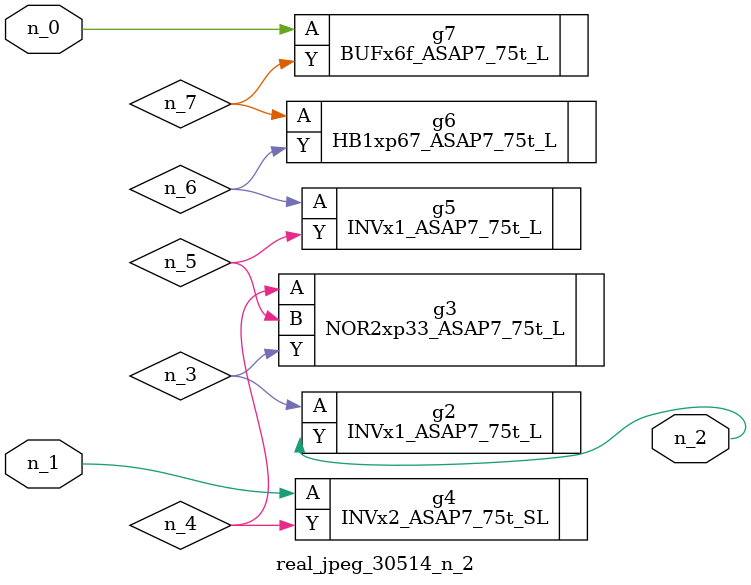
<source format=v>
module real_jpeg_30514_n_2 (n_1, n_0, n_2);

input n_1;
input n_0;

output n_2;

wire n_5;
wire n_4;
wire n_6;
wire n_7;
wire n_3;

BUFx6f_ASAP7_75t_L g7 ( 
.A(n_0),
.Y(n_7)
);

INVx2_ASAP7_75t_SL g4 ( 
.A(n_1),
.Y(n_4)
);

INVx1_ASAP7_75t_L g2 ( 
.A(n_3),
.Y(n_2)
);

NOR2xp33_ASAP7_75t_L g3 ( 
.A(n_4),
.B(n_5),
.Y(n_3)
);

INVx1_ASAP7_75t_L g5 ( 
.A(n_6),
.Y(n_5)
);

HB1xp67_ASAP7_75t_L g6 ( 
.A(n_7),
.Y(n_6)
);


endmodule
</source>
